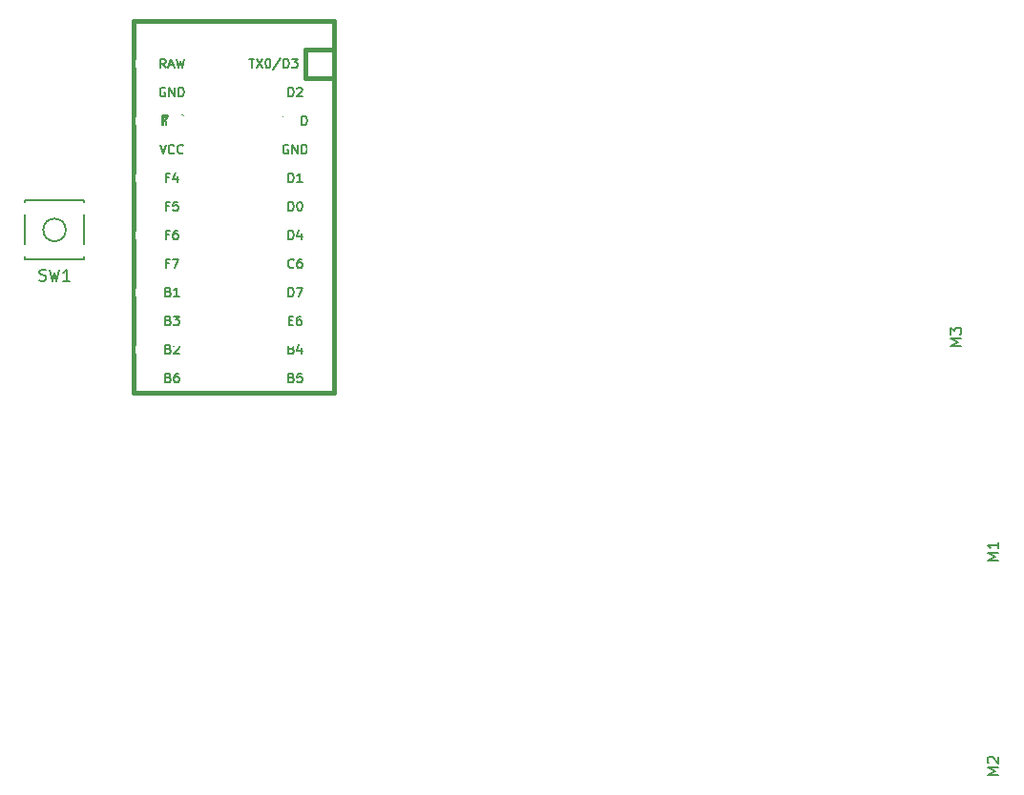
<source format=gto>
%TF.GenerationSoftware,KiCad,Pcbnew,(5.1.12)-1*%
%TF.CreationDate,2022-01-01T12:52:38-05:00*%
%TF.ProjectId,my-keeb-1,6d792d6b-6565-4622-9d31-2e6b69636164,rev?*%
%TF.SameCoordinates,Original*%
%TF.FileFunction,Legend,Top*%
%TF.FilePolarity,Positive*%
%FSLAX46Y46*%
G04 Gerber Fmt 4.6, Leading zero omitted, Abs format (unit mm)*
G04 Created by KiCad (PCBNEW (5.1.12)-1) date 2022-01-01 12:52:38*
%MOMM*%
%LPD*%
G01*
G04 APERTURE LIST*
%ADD10C,0.381000*%
%ADD11C,0.150000*%
%ADD12C,1.750000*%
%ADD13C,3.987800*%
%ADD14C,1.752600*%
%ADD15R,1.752600X1.752600*%
%ADD16R,1.800000X1.100000*%
%ADD17R,1.600000X1.600000*%
%ADD18C,1.600000*%
G04 APERTURE END LIST*
D10*
%TO.C,U1*%
X47625000Y-18256250D02*
X50165000Y-18256250D01*
X47625000Y-15716250D02*
X47625000Y-18256250D01*
D11*
G36*
X35230365Y-22005280D02*
G01*
X35230365Y-22105280D01*
X35130365Y-22105280D01*
X35130365Y-22005280D01*
X35230365Y-22005280D01*
G37*
X35230365Y-22005280D02*
X35230365Y-22105280D01*
X35130365Y-22105280D01*
X35130365Y-22005280D01*
X35230365Y-22005280D01*
G36*
X35030365Y-21605280D02*
G01*
X35030365Y-22405280D01*
X34930365Y-22405280D01*
X34930365Y-21605280D01*
X35030365Y-21605280D01*
G37*
X35030365Y-21605280D02*
X35030365Y-22405280D01*
X34930365Y-22405280D01*
X34930365Y-21605280D01*
X35030365Y-21605280D01*
G36*
X35430365Y-22205280D02*
G01*
X35430365Y-22405280D01*
X35330365Y-22405280D01*
X35330365Y-22205280D01*
X35430365Y-22205280D01*
G37*
X35430365Y-22205280D02*
X35430365Y-22405280D01*
X35330365Y-22405280D01*
X35330365Y-22205280D01*
X35430365Y-22205280D01*
G36*
X35430365Y-21605280D02*
G01*
X35430365Y-21905280D01*
X35330365Y-21905280D01*
X35330365Y-21605280D01*
X35430365Y-21605280D01*
G37*
X35430365Y-21605280D02*
X35430365Y-21905280D01*
X35330365Y-21905280D01*
X35330365Y-21605280D01*
X35430365Y-21605280D01*
G36*
X35430365Y-21605280D02*
G01*
X35430365Y-21705280D01*
X34930365Y-21705280D01*
X34930365Y-21605280D01*
X35430365Y-21605280D01*
G37*
X35430365Y-21605280D02*
X35430365Y-21705280D01*
X34930365Y-21705280D01*
X34930365Y-21605280D01*
X35430365Y-21605280D01*
D10*
X32385000Y-46196250D02*
X32385000Y-13176250D01*
X50165000Y-46196250D02*
X32385000Y-46196250D01*
X50165000Y-13176250D02*
X50165000Y-46196250D01*
X32385000Y-13176250D02*
X50165000Y-13176250D01*
X47625000Y-15716250D02*
X50165000Y-15716250D01*
D11*
%TO.C,SW1*%
X22800000Y-29150000D02*
X28000000Y-29150000D01*
X28000000Y-29150000D02*
X28000000Y-34350000D01*
X28000000Y-34350000D02*
X22800000Y-34350000D01*
X22800000Y-34350000D02*
X22800000Y-29150000D01*
X26400000Y-31750000D02*
G75*
G03*
X26400000Y-31750000I-1000000J0D01*
G01*
%TO.C,M3*%
X105862380Y-42084523D02*
X104862380Y-42084523D01*
X105576666Y-41751190D01*
X104862380Y-41417857D01*
X105862380Y-41417857D01*
X104862380Y-41036904D02*
X104862380Y-40417857D01*
X105243333Y-40751190D01*
X105243333Y-40608333D01*
X105290952Y-40513095D01*
X105338571Y-40465476D01*
X105433809Y-40417857D01*
X105671904Y-40417857D01*
X105767142Y-40465476D01*
X105814761Y-40513095D01*
X105862380Y-40608333D01*
X105862380Y-40894047D01*
X105814761Y-40989285D01*
X105767142Y-41036904D01*
%TO.C,M2*%
X109164380Y-80184523D02*
X108164380Y-80184523D01*
X108878666Y-79851190D01*
X108164380Y-79517857D01*
X109164380Y-79517857D01*
X108259619Y-79089285D02*
X108212000Y-79041666D01*
X108164380Y-78946428D01*
X108164380Y-78708333D01*
X108212000Y-78613095D01*
X108259619Y-78565476D01*
X108354857Y-78517857D01*
X108450095Y-78517857D01*
X108592952Y-78565476D01*
X109164380Y-79136904D01*
X109164380Y-78517857D01*
%TO.C,M1*%
X109164380Y-61134523D02*
X108164380Y-61134523D01*
X108878666Y-60801190D01*
X108164380Y-60467857D01*
X109164380Y-60467857D01*
X109164380Y-59467857D02*
X109164380Y-60039285D01*
X109164380Y-59753571D02*
X108164380Y-59753571D01*
X108307238Y-59848809D01*
X108402476Y-59944047D01*
X108450095Y-60039285D01*
%TO.C,U1*%
X35701666Y-22370059D02*
X35815952Y-22408154D01*
X36006428Y-22408154D01*
X36082619Y-22370059D01*
X36120714Y-22331964D01*
X36158809Y-22255773D01*
X36158809Y-22179583D01*
X36120714Y-22103392D01*
X36082619Y-22065297D01*
X36006428Y-22027202D01*
X35854047Y-21989107D01*
X35777857Y-21951011D01*
X35739761Y-21912916D01*
X35701666Y-21836726D01*
X35701666Y-21760535D01*
X35739761Y-21684345D01*
X35777857Y-21646250D01*
X35854047Y-21608154D01*
X36044523Y-21608154D01*
X36158809Y-21646250D01*
X36387380Y-21608154D02*
X36844523Y-21608154D01*
X36615952Y-22408154D02*
X36615952Y-21608154D01*
X42656395Y-16548154D02*
X43113538Y-16548154D01*
X42884967Y-17348154D02*
X42884967Y-16548154D01*
X43304014Y-16548154D02*
X43837348Y-17348154D01*
X43837348Y-16548154D02*
X43304014Y-17348154D01*
X44294491Y-16548154D02*
X44370681Y-16548154D01*
X44446872Y-16586250D01*
X44484967Y-16624345D01*
X44523062Y-16700535D01*
X44561157Y-16852916D01*
X44561157Y-17043392D01*
X44523062Y-17195773D01*
X44484967Y-17271964D01*
X44446872Y-17310059D01*
X44370681Y-17348154D01*
X44294491Y-17348154D01*
X44218300Y-17310059D01*
X44180205Y-17271964D01*
X44142110Y-17195773D01*
X44104014Y-17043392D01*
X44104014Y-16852916D01*
X44142110Y-16700535D01*
X44180205Y-16624345D01*
X44218300Y-16586250D01*
X44294491Y-16548154D01*
X45475443Y-16510059D02*
X44789729Y-17538630D01*
X45742110Y-17348154D02*
X45742110Y-16548154D01*
X45932586Y-16548154D01*
X46046872Y-16586250D01*
X46123062Y-16662440D01*
X46161157Y-16738630D01*
X46199252Y-16891011D01*
X46199252Y-17005297D01*
X46161157Y-17157678D01*
X46123062Y-17233869D01*
X46046872Y-17310059D01*
X45932586Y-17348154D01*
X45742110Y-17348154D01*
X46465919Y-16548154D02*
X46961157Y-16548154D01*
X46694491Y-16852916D01*
X46808776Y-16852916D01*
X46884967Y-16891011D01*
X46923062Y-16929107D01*
X46961157Y-17005297D01*
X46961157Y-17195773D01*
X46923062Y-17271964D01*
X46884967Y-17310059D01*
X46808776Y-17348154D01*
X46580205Y-17348154D01*
X46504014Y-17310059D01*
X46465919Y-17271964D01*
X35490190Y-42329107D02*
X35604476Y-42367202D01*
X35642571Y-42405297D01*
X35680666Y-42481488D01*
X35680666Y-42595773D01*
X35642571Y-42671964D01*
X35604476Y-42710059D01*
X35528285Y-42748154D01*
X35223523Y-42748154D01*
X35223523Y-41948154D01*
X35490190Y-41948154D01*
X35566380Y-41986250D01*
X35604476Y-42024345D01*
X35642571Y-42100535D01*
X35642571Y-42176726D01*
X35604476Y-42252916D01*
X35566380Y-42291011D01*
X35490190Y-42329107D01*
X35223523Y-42329107D01*
X35985428Y-42024345D02*
X36023523Y-41986250D01*
X36099714Y-41948154D01*
X36290190Y-41948154D01*
X36366380Y-41986250D01*
X36404476Y-42024345D01*
X36442571Y-42100535D01*
X36442571Y-42176726D01*
X36404476Y-42291011D01*
X35947333Y-42748154D01*
X36442571Y-42748154D01*
X35547333Y-34709107D02*
X35280666Y-34709107D01*
X35280666Y-35128154D02*
X35280666Y-34328154D01*
X35661619Y-34328154D01*
X35890190Y-34328154D02*
X36423523Y-34328154D01*
X36080666Y-35128154D01*
X35547333Y-32169107D02*
X35280666Y-32169107D01*
X35280666Y-32588154D02*
X35280666Y-31788154D01*
X35661619Y-31788154D01*
X36309238Y-31788154D02*
X36156857Y-31788154D01*
X36080666Y-31826250D01*
X36042571Y-31864345D01*
X35966380Y-31978630D01*
X35928285Y-32131011D01*
X35928285Y-32435773D01*
X35966380Y-32511964D01*
X36004476Y-32550059D01*
X36080666Y-32588154D01*
X36233047Y-32588154D01*
X36309238Y-32550059D01*
X36347333Y-32511964D01*
X36385428Y-32435773D01*
X36385428Y-32245297D01*
X36347333Y-32169107D01*
X36309238Y-32131011D01*
X36233047Y-32092916D01*
X36080666Y-32092916D01*
X36004476Y-32131011D01*
X35966380Y-32169107D01*
X35928285Y-32245297D01*
X35547333Y-29629107D02*
X35280666Y-29629107D01*
X35280666Y-30048154D02*
X35280666Y-29248154D01*
X35661619Y-29248154D01*
X36347333Y-29248154D02*
X35966380Y-29248154D01*
X35928285Y-29629107D01*
X35966380Y-29591011D01*
X36042571Y-29552916D01*
X36233047Y-29552916D01*
X36309238Y-29591011D01*
X36347333Y-29629107D01*
X36385428Y-29705297D01*
X36385428Y-29895773D01*
X36347333Y-29971964D01*
X36309238Y-30010059D01*
X36233047Y-30048154D01*
X36042571Y-30048154D01*
X35966380Y-30010059D01*
X35928285Y-29971964D01*
X35261619Y-17348154D02*
X34994952Y-16967202D01*
X34804476Y-17348154D02*
X34804476Y-16548154D01*
X35109238Y-16548154D01*
X35185428Y-16586250D01*
X35223523Y-16624345D01*
X35261619Y-16700535D01*
X35261619Y-16814821D01*
X35223523Y-16891011D01*
X35185428Y-16929107D01*
X35109238Y-16967202D01*
X34804476Y-16967202D01*
X35566380Y-17119583D02*
X35947333Y-17119583D01*
X35490190Y-17348154D02*
X35756857Y-16548154D01*
X36023523Y-17348154D01*
X36214000Y-16548154D02*
X36404476Y-17348154D01*
X36556857Y-16776726D01*
X36709238Y-17348154D01*
X36899714Y-16548154D01*
X35204476Y-19126250D02*
X35128285Y-19088154D01*
X35014000Y-19088154D01*
X34899714Y-19126250D01*
X34823523Y-19202440D01*
X34785428Y-19278630D01*
X34747333Y-19431011D01*
X34747333Y-19545297D01*
X34785428Y-19697678D01*
X34823523Y-19773869D01*
X34899714Y-19850059D01*
X35014000Y-19888154D01*
X35090190Y-19888154D01*
X35204476Y-19850059D01*
X35242571Y-19811964D01*
X35242571Y-19545297D01*
X35090190Y-19545297D01*
X35585428Y-19888154D02*
X35585428Y-19088154D01*
X36042571Y-19888154D01*
X36042571Y-19088154D01*
X36423523Y-19888154D02*
X36423523Y-19088154D01*
X36614000Y-19088154D01*
X36728285Y-19126250D01*
X36804476Y-19202440D01*
X36842571Y-19278630D01*
X36880666Y-19431011D01*
X36880666Y-19545297D01*
X36842571Y-19697678D01*
X36804476Y-19773869D01*
X36728285Y-19850059D01*
X36614000Y-19888154D01*
X36423523Y-19888154D01*
X34747333Y-24168154D02*
X35014000Y-24968154D01*
X35280666Y-24168154D01*
X36004476Y-24891964D02*
X35966380Y-24930059D01*
X35852095Y-24968154D01*
X35775904Y-24968154D01*
X35661619Y-24930059D01*
X35585428Y-24853869D01*
X35547333Y-24777678D01*
X35509238Y-24625297D01*
X35509238Y-24511011D01*
X35547333Y-24358630D01*
X35585428Y-24282440D01*
X35661619Y-24206250D01*
X35775904Y-24168154D01*
X35852095Y-24168154D01*
X35966380Y-24206250D01*
X36004476Y-24244345D01*
X36804476Y-24891964D02*
X36766380Y-24930059D01*
X36652095Y-24968154D01*
X36575904Y-24968154D01*
X36461619Y-24930059D01*
X36385428Y-24853869D01*
X36347333Y-24777678D01*
X36309238Y-24625297D01*
X36309238Y-24511011D01*
X36347333Y-24358630D01*
X36385428Y-24282440D01*
X36461619Y-24206250D01*
X36575904Y-24168154D01*
X36652095Y-24168154D01*
X36766380Y-24206250D01*
X36804476Y-24244345D01*
X35547333Y-27089107D02*
X35280666Y-27089107D01*
X35280666Y-27508154D02*
X35280666Y-26708154D01*
X35661619Y-26708154D01*
X36309238Y-26974821D02*
X36309238Y-27508154D01*
X36118761Y-26670059D02*
X35928285Y-27241488D01*
X36423523Y-27241488D01*
X35490190Y-37249107D02*
X35604476Y-37287202D01*
X35642571Y-37325297D01*
X35680666Y-37401488D01*
X35680666Y-37515773D01*
X35642571Y-37591964D01*
X35604476Y-37630059D01*
X35528285Y-37668154D01*
X35223523Y-37668154D01*
X35223523Y-36868154D01*
X35490190Y-36868154D01*
X35566380Y-36906250D01*
X35604476Y-36944345D01*
X35642571Y-37020535D01*
X35642571Y-37096726D01*
X35604476Y-37172916D01*
X35566380Y-37211011D01*
X35490190Y-37249107D01*
X35223523Y-37249107D01*
X36442571Y-37668154D02*
X35985428Y-37668154D01*
X36214000Y-37668154D02*
X36214000Y-36868154D01*
X36137809Y-36982440D01*
X36061619Y-37058630D01*
X35985428Y-37096726D01*
X35490190Y-39789107D02*
X35604476Y-39827202D01*
X35642571Y-39865297D01*
X35680666Y-39941488D01*
X35680666Y-40055773D01*
X35642571Y-40131964D01*
X35604476Y-40170059D01*
X35528285Y-40208154D01*
X35223523Y-40208154D01*
X35223523Y-39408154D01*
X35490190Y-39408154D01*
X35566380Y-39446250D01*
X35604476Y-39484345D01*
X35642571Y-39560535D01*
X35642571Y-39636726D01*
X35604476Y-39712916D01*
X35566380Y-39751011D01*
X35490190Y-39789107D01*
X35223523Y-39789107D01*
X35947333Y-39408154D02*
X36442571Y-39408154D01*
X36175904Y-39712916D01*
X36290190Y-39712916D01*
X36366380Y-39751011D01*
X36404476Y-39789107D01*
X36442571Y-39865297D01*
X36442571Y-40055773D01*
X36404476Y-40131964D01*
X36366380Y-40170059D01*
X36290190Y-40208154D01*
X36061619Y-40208154D01*
X35985428Y-40170059D01*
X35947333Y-40131964D01*
X35490190Y-44869107D02*
X35604476Y-44907202D01*
X35642571Y-44945297D01*
X35680666Y-45021488D01*
X35680666Y-45135773D01*
X35642571Y-45211964D01*
X35604476Y-45250059D01*
X35528285Y-45288154D01*
X35223523Y-45288154D01*
X35223523Y-44488154D01*
X35490190Y-44488154D01*
X35566380Y-44526250D01*
X35604476Y-44564345D01*
X35642571Y-44640535D01*
X35642571Y-44716726D01*
X35604476Y-44792916D01*
X35566380Y-44831011D01*
X35490190Y-44869107D01*
X35223523Y-44869107D01*
X36366380Y-44488154D02*
X36214000Y-44488154D01*
X36137809Y-44526250D01*
X36099714Y-44564345D01*
X36023523Y-44678630D01*
X35985428Y-44831011D01*
X35985428Y-45135773D01*
X36023523Y-45211964D01*
X36061619Y-45250059D01*
X36137809Y-45288154D01*
X36290190Y-45288154D01*
X36366380Y-45250059D01*
X36404476Y-45211964D01*
X36442571Y-45135773D01*
X36442571Y-44945297D01*
X36404476Y-44869107D01*
X36366380Y-44831011D01*
X36290190Y-44792916D01*
X36137809Y-44792916D01*
X36061619Y-44831011D01*
X36023523Y-44869107D01*
X35985428Y-44945297D01*
X46412190Y-44869107D02*
X46526476Y-44907202D01*
X46564571Y-44945297D01*
X46602666Y-45021488D01*
X46602666Y-45135773D01*
X46564571Y-45211964D01*
X46526476Y-45250059D01*
X46450285Y-45288154D01*
X46145523Y-45288154D01*
X46145523Y-44488154D01*
X46412190Y-44488154D01*
X46488380Y-44526250D01*
X46526476Y-44564345D01*
X46564571Y-44640535D01*
X46564571Y-44716726D01*
X46526476Y-44792916D01*
X46488380Y-44831011D01*
X46412190Y-44869107D01*
X46145523Y-44869107D01*
X47326476Y-44488154D02*
X46945523Y-44488154D01*
X46907428Y-44869107D01*
X46945523Y-44831011D01*
X47021714Y-44792916D01*
X47212190Y-44792916D01*
X47288380Y-44831011D01*
X47326476Y-44869107D01*
X47364571Y-44945297D01*
X47364571Y-45135773D01*
X47326476Y-45211964D01*
X47288380Y-45250059D01*
X47212190Y-45288154D01*
X47021714Y-45288154D01*
X46945523Y-45250059D01*
X46907428Y-45211964D01*
X46412190Y-42329107D02*
X46526476Y-42367202D01*
X46564571Y-42405297D01*
X46602666Y-42481488D01*
X46602666Y-42595773D01*
X46564571Y-42671964D01*
X46526476Y-42710059D01*
X46450285Y-42748154D01*
X46145523Y-42748154D01*
X46145523Y-41948154D01*
X46412190Y-41948154D01*
X46488380Y-41986250D01*
X46526476Y-42024345D01*
X46564571Y-42100535D01*
X46564571Y-42176726D01*
X46526476Y-42252916D01*
X46488380Y-42291011D01*
X46412190Y-42329107D01*
X46145523Y-42329107D01*
X47288380Y-42214821D02*
X47288380Y-42748154D01*
X47097904Y-41910059D02*
X46907428Y-42481488D01*
X47402666Y-42481488D01*
X46183619Y-39789107D02*
X46450285Y-39789107D01*
X46564571Y-40208154D02*
X46183619Y-40208154D01*
X46183619Y-39408154D01*
X46564571Y-39408154D01*
X47250285Y-39408154D02*
X47097904Y-39408154D01*
X47021714Y-39446250D01*
X46983619Y-39484345D01*
X46907428Y-39598630D01*
X46869333Y-39751011D01*
X46869333Y-40055773D01*
X46907428Y-40131964D01*
X46945523Y-40170059D01*
X47021714Y-40208154D01*
X47174095Y-40208154D01*
X47250285Y-40170059D01*
X47288380Y-40131964D01*
X47326476Y-40055773D01*
X47326476Y-39865297D01*
X47288380Y-39789107D01*
X47250285Y-39751011D01*
X47174095Y-39712916D01*
X47021714Y-39712916D01*
X46945523Y-39751011D01*
X46907428Y-39789107D01*
X46869333Y-39865297D01*
X46145523Y-37668154D02*
X46145523Y-36868154D01*
X46336000Y-36868154D01*
X46450285Y-36906250D01*
X46526476Y-36982440D01*
X46564571Y-37058630D01*
X46602666Y-37211011D01*
X46602666Y-37325297D01*
X46564571Y-37477678D01*
X46526476Y-37553869D01*
X46450285Y-37630059D01*
X46336000Y-37668154D01*
X46145523Y-37668154D01*
X46869333Y-36868154D02*
X47402666Y-36868154D01*
X47059809Y-37668154D01*
X46602666Y-35051964D02*
X46564571Y-35090059D01*
X46450285Y-35128154D01*
X46374095Y-35128154D01*
X46259809Y-35090059D01*
X46183619Y-35013869D01*
X46145523Y-34937678D01*
X46107428Y-34785297D01*
X46107428Y-34671011D01*
X46145523Y-34518630D01*
X46183619Y-34442440D01*
X46259809Y-34366250D01*
X46374095Y-34328154D01*
X46450285Y-34328154D01*
X46564571Y-34366250D01*
X46602666Y-34404345D01*
X47288380Y-34328154D02*
X47136000Y-34328154D01*
X47059809Y-34366250D01*
X47021714Y-34404345D01*
X46945523Y-34518630D01*
X46907428Y-34671011D01*
X46907428Y-34975773D01*
X46945523Y-35051964D01*
X46983619Y-35090059D01*
X47059809Y-35128154D01*
X47212190Y-35128154D01*
X47288380Y-35090059D01*
X47326476Y-35051964D01*
X47364571Y-34975773D01*
X47364571Y-34785297D01*
X47326476Y-34709107D01*
X47288380Y-34671011D01*
X47212190Y-34632916D01*
X47059809Y-34632916D01*
X46983619Y-34671011D01*
X46945523Y-34709107D01*
X46907428Y-34785297D01*
X46145523Y-32588154D02*
X46145523Y-31788154D01*
X46336000Y-31788154D01*
X46450285Y-31826250D01*
X46526476Y-31902440D01*
X46564571Y-31978630D01*
X46602666Y-32131011D01*
X46602666Y-32245297D01*
X46564571Y-32397678D01*
X46526476Y-32473869D01*
X46450285Y-32550059D01*
X46336000Y-32588154D01*
X46145523Y-32588154D01*
X47288380Y-32054821D02*
X47288380Y-32588154D01*
X47097904Y-31750059D02*
X46907428Y-32321488D01*
X47402666Y-32321488D01*
X46126476Y-21666250D02*
X46050285Y-21628154D01*
X45936000Y-21628154D01*
X45821714Y-21666250D01*
X45745523Y-21742440D01*
X45707428Y-21818630D01*
X45669333Y-21971011D01*
X45669333Y-22085297D01*
X45707428Y-22237678D01*
X45745523Y-22313869D01*
X45821714Y-22390059D01*
X45936000Y-22428154D01*
X46012190Y-22428154D01*
X46126476Y-22390059D01*
X46164571Y-22351964D01*
X46164571Y-22085297D01*
X46012190Y-22085297D01*
X46507428Y-22428154D02*
X46507428Y-21628154D01*
X46964571Y-22428154D01*
X46964571Y-21628154D01*
X47345523Y-22428154D02*
X47345523Y-21628154D01*
X47536000Y-21628154D01*
X47650285Y-21666250D01*
X47726476Y-21742440D01*
X47764571Y-21818630D01*
X47802666Y-21971011D01*
X47802666Y-22085297D01*
X47764571Y-22237678D01*
X47726476Y-22313869D01*
X47650285Y-22390059D01*
X47536000Y-22428154D01*
X47345523Y-22428154D01*
X46126476Y-24206250D02*
X46050285Y-24168154D01*
X45936000Y-24168154D01*
X45821714Y-24206250D01*
X45745523Y-24282440D01*
X45707428Y-24358630D01*
X45669333Y-24511011D01*
X45669333Y-24625297D01*
X45707428Y-24777678D01*
X45745523Y-24853869D01*
X45821714Y-24930059D01*
X45936000Y-24968154D01*
X46012190Y-24968154D01*
X46126476Y-24930059D01*
X46164571Y-24891964D01*
X46164571Y-24625297D01*
X46012190Y-24625297D01*
X46507428Y-24968154D02*
X46507428Y-24168154D01*
X46964571Y-24968154D01*
X46964571Y-24168154D01*
X47345523Y-24968154D02*
X47345523Y-24168154D01*
X47536000Y-24168154D01*
X47650285Y-24206250D01*
X47726476Y-24282440D01*
X47764571Y-24358630D01*
X47802666Y-24511011D01*
X47802666Y-24625297D01*
X47764571Y-24777678D01*
X47726476Y-24853869D01*
X47650285Y-24930059D01*
X47536000Y-24968154D01*
X47345523Y-24968154D01*
X46145523Y-27508154D02*
X46145523Y-26708154D01*
X46336000Y-26708154D01*
X46450285Y-26746250D01*
X46526476Y-26822440D01*
X46564571Y-26898630D01*
X46602666Y-27051011D01*
X46602666Y-27165297D01*
X46564571Y-27317678D01*
X46526476Y-27393869D01*
X46450285Y-27470059D01*
X46336000Y-27508154D01*
X46145523Y-27508154D01*
X47364571Y-27508154D02*
X46907428Y-27508154D01*
X47136000Y-27508154D02*
X47136000Y-26708154D01*
X47059809Y-26822440D01*
X46983619Y-26898630D01*
X46907428Y-26936726D01*
X46145523Y-30048154D02*
X46145523Y-29248154D01*
X46336000Y-29248154D01*
X46450285Y-29286250D01*
X46526476Y-29362440D01*
X46564571Y-29438630D01*
X46602666Y-29591011D01*
X46602666Y-29705297D01*
X46564571Y-29857678D01*
X46526476Y-29933869D01*
X46450285Y-30010059D01*
X46336000Y-30048154D01*
X46145523Y-30048154D01*
X47097904Y-29248154D02*
X47174095Y-29248154D01*
X47250285Y-29286250D01*
X47288380Y-29324345D01*
X47326476Y-29400535D01*
X47364571Y-29552916D01*
X47364571Y-29743392D01*
X47326476Y-29895773D01*
X47288380Y-29971964D01*
X47250285Y-30010059D01*
X47174095Y-30048154D01*
X47097904Y-30048154D01*
X47021714Y-30010059D01*
X46983619Y-29971964D01*
X46945523Y-29895773D01*
X46907428Y-29743392D01*
X46907428Y-29552916D01*
X46945523Y-29400535D01*
X46983619Y-29324345D01*
X47021714Y-29286250D01*
X47097904Y-29248154D01*
X46145523Y-19888154D02*
X46145523Y-19088154D01*
X46336000Y-19088154D01*
X46450285Y-19126250D01*
X46526476Y-19202440D01*
X46564571Y-19278630D01*
X46602666Y-19431011D01*
X46602666Y-19545297D01*
X46564571Y-19697678D01*
X46526476Y-19773869D01*
X46450285Y-19850059D01*
X46336000Y-19888154D01*
X46145523Y-19888154D01*
X46907428Y-19164345D02*
X46945523Y-19126250D01*
X47021714Y-19088154D01*
X47212190Y-19088154D01*
X47288380Y-19126250D01*
X47326476Y-19164345D01*
X47364571Y-19240535D01*
X47364571Y-19316726D01*
X47326476Y-19431011D01*
X46869333Y-19888154D01*
X47364571Y-19888154D01*
%TO.C,SW1*%
X24066666Y-36218761D02*
X24209523Y-36266380D01*
X24447619Y-36266380D01*
X24542857Y-36218761D01*
X24590476Y-36171142D01*
X24638095Y-36075904D01*
X24638095Y-35980666D01*
X24590476Y-35885428D01*
X24542857Y-35837809D01*
X24447619Y-35790190D01*
X24257142Y-35742571D01*
X24161904Y-35694952D01*
X24114285Y-35647333D01*
X24066666Y-35552095D01*
X24066666Y-35456857D01*
X24114285Y-35361619D01*
X24161904Y-35314000D01*
X24257142Y-35266380D01*
X24495238Y-35266380D01*
X24638095Y-35314000D01*
X24971428Y-35266380D02*
X25209523Y-36266380D01*
X25400000Y-35552095D01*
X25590476Y-36266380D01*
X25828571Y-35266380D01*
X26733333Y-36266380D02*
X26161904Y-36266380D01*
X26447619Y-36266380D02*
X26447619Y-35266380D01*
X26352380Y-35409238D01*
X26257142Y-35504476D01*
X26161904Y-35552095D01*
%TD*%
%LPC*%
%TO.C,M3*%
G36*
G01*
X107937300Y-36772850D02*
X107937300Y-37649150D01*
G75*
G02*
X107499150Y-38087300I-438150J0D01*
G01*
X106622850Y-38087300D01*
G75*
G02*
X106184700Y-37649150I0J438150D01*
G01*
X106184700Y-36772850D01*
G75*
G02*
X106622850Y-36334700I438150J0D01*
G01*
X107499150Y-36334700D01*
G75*
G02*
X107937300Y-36772850I0J-438150D01*
G01*
G37*
G36*
G01*
X107937300Y-38804850D02*
X107937300Y-39681150D01*
G75*
G02*
X107499150Y-40119300I-438150J0D01*
G01*
X106622850Y-40119300D01*
G75*
G02*
X106184700Y-39681150I0J438150D01*
G01*
X106184700Y-38804850D01*
G75*
G02*
X106622850Y-38366700I438150J0D01*
G01*
X107499150Y-38366700D01*
G75*
G02*
X107937300Y-38804850I0J-438150D01*
G01*
G37*
G36*
G01*
X107937300Y-40836850D02*
X107937300Y-41713150D01*
G75*
G02*
X107499150Y-42151300I-438150J0D01*
G01*
X106622850Y-42151300D01*
G75*
G02*
X106184700Y-41713150I0J438150D01*
G01*
X106184700Y-40836850D01*
G75*
G02*
X106622850Y-40398700I438150J0D01*
G01*
X107499150Y-40398700D01*
G75*
G02*
X107937300Y-40836850I0J-438150D01*
G01*
G37*
G36*
G01*
X107937300Y-42868850D02*
X107937300Y-43745150D01*
G75*
G02*
X107499150Y-44183300I-438150J0D01*
G01*
X106622850Y-44183300D01*
G75*
G02*
X106184700Y-43745150I0J438150D01*
G01*
X106184700Y-42868850D01*
G75*
G02*
X106622850Y-42430700I438150J0D01*
G01*
X107499150Y-42430700D01*
G75*
G02*
X107937300Y-42868850I0J-438150D01*
G01*
G37*
G36*
G01*
X107937300Y-44900850D02*
X107937300Y-45777150D01*
G75*
G02*
X107499150Y-46215300I-438150J0D01*
G01*
X106622850Y-46215300D01*
G75*
G02*
X106184700Y-45777150I0J438150D01*
G01*
X106184700Y-44900850D01*
G75*
G02*
X106622850Y-44462700I438150J0D01*
G01*
X107499150Y-44462700D01*
G75*
G02*
X107937300Y-44900850I0J-438150D01*
G01*
G37*
%TD*%
%TO.C,M2*%
G36*
G01*
X106184700Y-83877150D02*
X106184700Y-83000850D01*
G75*
G02*
X106622850Y-82562700I438150J0D01*
G01*
X107499150Y-82562700D01*
G75*
G02*
X107937300Y-83000850I0J-438150D01*
G01*
X107937300Y-83877150D01*
G75*
G02*
X107499150Y-84315300I-438150J0D01*
G01*
X106622850Y-84315300D01*
G75*
G02*
X106184700Y-83877150I0J438150D01*
G01*
G37*
G36*
G01*
X106184700Y-81845150D02*
X106184700Y-80968850D01*
G75*
G02*
X106622850Y-80530700I438150J0D01*
G01*
X107499150Y-80530700D01*
G75*
G02*
X107937300Y-80968850I0J-438150D01*
G01*
X107937300Y-81845150D01*
G75*
G02*
X107499150Y-82283300I-438150J0D01*
G01*
X106622850Y-82283300D01*
G75*
G02*
X106184700Y-81845150I0J438150D01*
G01*
G37*
G36*
G01*
X106184700Y-79813150D02*
X106184700Y-78936850D01*
G75*
G02*
X106622850Y-78498700I438150J0D01*
G01*
X107499150Y-78498700D01*
G75*
G02*
X107937300Y-78936850I0J-438150D01*
G01*
X107937300Y-79813150D01*
G75*
G02*
X107499150Y-80251300I-438150J0D01*
G01*
X106622850Y-80251300D01*
G75*
G02*
X106184700Y-79813150I0J438150D01*
G01*
G37*
G36*
G01*
X106184700Y-77781150D02*
X106184700Y-76904850D01*
G75*
G02*
X106622850Y-76466700I438150J0D01*
G01*
X107499150Y-76466700D01*
G75*
G02*
X107937300Y-76904850I0J-438150D01*
G01*
X107937300Y-77781150D01*
G75*
G02*
X107499150Y-78219300I-438150J0D01*
G01*
X106622850Y-78219300D01*
G75*
G02*
X106184700Y-77781150I0J438150D01*
G01*
G37*
G36*
G01*
X106184700Y-75749150D02*
X106184700Y-74872850D01*
G75*
G02*
X106622850Y-74434700I438150J0D01*
G01*
X107499150Y-74434700D01*
G75*
G02*
X107937300Y-74872850I0J-438150D01*
G01*
X107937300Y-75749150D01*
G75*
G02*
X107499150Y-76187300I-438150J0D01*
G01*
X106622850Y-76187300D01*
G75*
G02*
X106184700Y-75749150I0J438150D01*
G01*
G37*
%TD*%
%TO.C,M1*%
G36*
G01*
X106184700Y-64827150D02*
X106184700Y-63950850D01*
G75*
G02*
X106622850Y-63512700I438150J0D01*
G01*
X107499150Y-63512700D01*
G75*
G02*
X107937300Y-63950850I0J-438150D01*
G01*
X107937300Y-64827150D01*
G75*
G02*
X107499150Y-65265300I-438150J0D01*
G01*
X106622850Y-65265300D01*
G75*
G02*
X106184700Y-64827150I0J438150D01*
G01*
G37*
G36*
G01*
X106184700Y-62795150D02*
X106184700Y-61918850D01*
G75*
G02*
X106622850Y-61480700I438150J0D01*
G01*
X107499150Y-61480700D01*
G75*
G02*
X107937300Y-61918850I0J-438150D01*
G01*
X107937300Y-62795150D01*
G75*
G02*
X107499150Y-63233300I-438150J0D01*
G01*
X106622850Y-63233300D01*
G75*
G02*
X106184700Y-62795150I0J438150D01*
G01*
G37*
G36*
G01*
X106184700Y-60763150D02*
X106184700Y-59886850D01*
G75*
G02*
X106622850Y-59448700I438150J0D01*
G01*
X107499150Y-59448700D01*
G75*
G02*
X107937300Y-59886850I0J-438150D01*
G01*
X107937300Y-60763150D01*
G75*
G02*
X107499150Y-61201300I-438150J0D01*
G01*
X106622850Y-61201300D01*
G75*
G02*
X106184700Y-60763150I0J438150D01*
G01*
G37*
G36*
G01*
X106184700Y-58731150D02*
X106184700Y-57854850D01*
G75*
G02*
X106622850Y-57416700I438150J0D01*
G01*
X107499150Y-57416700D01*
G75*
G02*
X107937300Y-57854850I0J-438150D01*
G01*
X107937300Y-58731150D01*
G75*
G02*
X107499150Y-59169300I-438150J0D01*
G01*
X106622850Y-59169300D01*
G75*
G02*
X106184700Y-58731150I0J438150D01*
G01*
G37*
G36*
G01*
X106184700Y-56699150D02*
X106184700Y-55822850D01*
G75*
G02*
X106622850Y-55384700I438150J0D01*
G01*
X107499150Y-55384700D01*
G75*
G02*
X107937300Y-55822850I0J-438150D01*
G01*
X107937300Y-56699150D01*
G75*
G02*
X107499150Y-57137300I-438150J0D01*
G01*
X106622850Y-57137300D01*
G75*
G02*
X106184700Y-56699150I0J438150D01*
G01*
G37*
%TD*%
D12*
%TO.C,MX19*%
X103505000Y-22225000D03*
X93345000Y-22225000D03*
D13*
X98425000Y-22225000D03*
%TD*%
D14*
%TO.C,U1*%
X33426400Y-16986250D03*
X48666400Y-44926250D03*
X33883600Y-19526250D03*
X33426400Y-22066250D03*
X33883600Y-24606250D03*
X33426400Y-27146250D03*
X33883600Y-29686250D03*
X33426400Y-32226250D03*
X33883600Y-34766250D03*
X33426400Y-37306250D03*
X33883600Y-39846250D03*
X33426400Y-42386250D03*
X33883600Y-44926250D03*
X49123600Y-42386250D03*
X48666400Y-39846250D03*
X49123600Y-37306250D03*
X48666400Y-34766250D03*
X49123600Y-32226250D03*
X48666400Y-29686250D03*
X49123600Y-27146250D03*
X48666400Y-24606250D03*
X49123600Y-22066250D03*
X48666400Y-19526250D03*
D15*
X49123600Y-16986250D03*
%TD*%
D16*
%TO.C,SW1*%
X28500000Y-33600000D03*
X22300000Y-29900000D03*
X28500000Y-29900000D03*
X22300000Y-33600000D03*
%TD*%
D13*
%TO.C,MX23*%
X93662500Y-98425000D03*
D12*
X88582500Y-98425000D03*
X98742500Y-98425000D03*
%TD*%
D13*
%TO.C,MX22*%
X98425000Y-79375000D03*
D12*
X93345000Y-79375000D03*
X103505000Y-79375000D03*
%TD*%
D13*
%TO.C,MX21*%
X98425000Y-60325000D03*
D12*
X93345000Y-60325000D03*
X103505000Y-60325000D03*
%TD*%
D13*
%TO.C,MX20*%
X98425000Y-41275000D03*
D12*
X93345000Y-41275000D03*
X103505000Y-41275000D03*
%TD*%
D13*
%TO.C,MX18*%
X69850000Y-98425000D03*
D12*
X64770000Y-98425000D03*
X74930000Y-98425000D03*
%TD*%
D13*
%TO.C,MX17*%
X79375000Y-79375000D03*
D12*
X74295000Y-79375000D03*
X84455000Y-79375000D03*
%TD*%
D13*
%TO.C,MX16*%
X79375000Y-60325000D03*
D12*
X74295000Y-60325000D03*
X84455000Y-60325000D03*
%TD*%
D13*
%TO.C,MX15*%
X79375000Y-41275000D03*
D12*
X74295000Y-41275000D03*
X84455000Y-41275000D03*
%TD*%
D13*
%TO.C,MX14*%
X79375000Y-22225000D03*
D12*
X74295000Y-22225000D03*
X84455000Y-22225000D03*
%TD*%
D13*
%TO.C,MX13*%
X50800000Y-98425000D03*
D12*
X45720000Y-98425000D03*
X55880000Y-98425000D03*
%TD*%
D13*
%TO.C,MX12*%
X60325000Y-79375000D03*
D12*
X55245000Y-79375000D03*
X65405000Y-79375000D03*
%TD*%
D13*
%TO.C,MX11*%
X60325000Y-60325000D03*
D12*
X55245000Y-60325000D03*
X65405000Y-60325000D03*
%TD*%
D13*
%TO.C,MX10*%
X60325000Y-41275000D03*
D12*
X55245000Y-41275000D03*
X65405000Y-41275000D03*
%TD*%
D13*
%TO.C,MX9*%
X60325000Y-22225000D03*
D12*
X55245000Y-22225000D03*
X65405000Y-22225000D03*
%TD*%
D13*
%TO.C,MX8*%
X41275000Y-79375000D03*
D12*
X36195000Y-79375000D03*
X46355000Y-79375000D03*
%TD*%
D13*
%TO.C,MX7*%
X41275000Y-60325000D03*
D12*
X36195000Y-60325000D03*
X46355000Y-60325000D03*
%TD*%
D13*
%TO.C,MX6*%
X41275000Y-41275000D03*
D12*
X36195000Y-41275000D03*
X46355000Y-41275000D03*
%TD*%
D13*
%TO.C,MX5*%
X41275000Y-22225000D03*
D12*
X36195000Y-22225000D03*
X46355000Y-22225000D03*
%TD*%
D13*
%TO.C,MX4*%
X22225000Y-79375000D03*
D12*
X17145000Y-79375000D03*
X27305000Y-79375000D03*
%TD*%
D13*
%TO.C,MX3*%
X22225000Y-60325000D03*
D12*
X17145000Y-60325000D03*
X27305000Y-60325000D03*
%TD*%
D13*
%TO.C,MX2*%
X22225000Y-41275000D03*
D12*
X17145000Y-41275000D03*
X27305000Y-41275000D03*
%TD*%
D13*
%TO.C,MX1*%
X22225000Y-22225000D03*
D12*
X17145000Y-22225000D03*
X27305000Y-22225000D03*
%TD*%
D17*
%TO.C,D23*%
X101600000Y-102325000D03*
D18*
X101600000Y-94525000D03*
%TD*%
D17*
%TO.C,D22*%
X94525000Y-87312500D03*
D18*
X102325000Y-87312500D03*
%TD*%
D17*
%TO.C,D21*%
X94525000Y-68262500D03*
D18*
X102325000Y-68262500D03*
%TD*%
%TO.C,D20*%
X102325000Y-49212500D03*
D17*
X94525000Y-49212500D03*
%TD*%
%TO.C,D19*%
X94525000Y-30162500D03*
D18*
X102325000Y-30162500D03*
%TD*%
D17*
%TO.C,D18*%
X77787500Y-102325000D03*
D18*
X77787500Y-94525000D03*
%TD*%
D17*
%TO.C,D17*%
X87312500Y-83275000D03*
D18*
X87312500Y-75475000D03*
%TD*%
D17*
%TO.C,D16*%
X87312500Y-64225000D03*
D18*
X87312500Y-56425000D03*
%TD*%
D17*
%TO.C,D15*%
X87312500Y-45175000D03*
D18*
X87312500Y-37375000D03*
%TD*%
D17*
%TO.C,D14*%
X87312500Y-26125000D03*
D18*
X87312500Y-18325000D03*
%TD*%
D17*
%TO.C,D13*%
X58737500Y-102325000D03*
D18*
X58737500Y-94525000D03*
%TD*%
D17*
%TO.C,D12*%
X68262500Y-83275000D03*
D18*
X68262500Y-75475000D03*
%TD*%
D17*
%TO.C,D11*%
X68262500Y-64225000D03*
D18*
X68262500Y-56425000D03*
%TD*%
D17*
%TO.C,D10*%
X68262500Y-45175000D03*
D18*
X68262500Y-37375000D03*
%TD*%
D17*
%TO.C,D9*%
X68262500Y-26125000D03*
D18*
X68262500Y-18325000D03*
%TD*%
D17*
%TO.C,D8*%
X49212500Y-83275000D03*
D18*
X49212500Y-75475000D03*
%TD*%
D17*
%TO.C,D7*%
X49212500Y-64225000D03*
D18*
X49212500Y-56425000D03*
%TD*%
D17*
%TO.C,D6*%
X37375000Y-49212500D03*
D18*
X45175000Y-49212500D03*
%TD*%
D17*
%TO.C,D5*%
X37375000Y-30162500D03*
D18*
X45175000Y-30162500D03*
%TD*%
D17*
%TO.C,D4*%
X30162500Y-83275000D03*
D18*
X30162500Y-75475000D03*
%TD*%
D17*
%TO.C,D3*%
X30162500Y-64225000D03*
D18*
X30162500Y-56425000D03*
%TD*%
D17*
%TO.C,D2*%
X18325000Y-49212500D03*
D18*
X26125000Y-49212500D03*
%TD*%
D17*
%TO.C,D1*%
X30162500Y-26125000D03*
D18*
X30162500Y-18325000D03*
%TD*%
M02*

</source>
